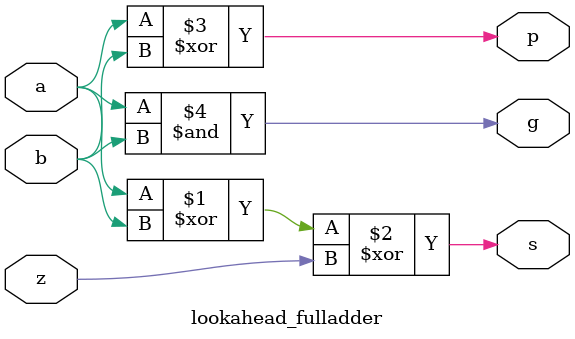
<source format=sv>
module carry_lookahead_adder
(
    input   logic[15:0]     A,
    input   logic[15:0]     B,
    output  logic[15:0]     Sum,
    output  logic           CO
);

    /* TODO
     *
     * Insert code here to implement a CLA adder.
     * Your code should be completly combinational (don't use always_ff or always_latch).
     * Feel free to create sub-modules or other files. */

    logic [2:0] COUTIN;
    logic [3:0] PG;
    logic [3:0] GG; 
    logic cout; ////// 
    logic PG_X;
    logic GG_X;
	 logic [2:0] COUTIN2; 



    four_bit_lookahead_adder FBLA0(.Cin(0),.A(A[3:0]),.B(B[3:0]),.Cout(COUTIN2[0]),.PG(PG[0]),.GG(GG[0]),.S(Sum[3:0]));
    four_bit_lookahead_adder FBLA1(.Cin(COUTIN[0]),.A(A[7:4]),.B(B[7:4]),.Cout(COUTIN2[1]),.PG(PG[1]),.GG(GG[1]),.S(Sum[7:4]));
    four_bit_lookahead_adder FBLA2(.Cin(COUTIN[1]),.A(A[11:8]),.B(B[11:8]),.Cout(COUTIN2[2]),.PG(PG[2]),.GG(GG[2]),.S(Sum[11:8]));
    four_bit_lookahead_adder FBLA3(.Cin(COUTIN[2]),.A(A[15:12]),.B(B[15:12]),.Cout(cout),.PG(PG[3]),.GG(GG[3]),.S(Sum[15:12]));
    lookahead_unit LHU(.Cin(0),.P(PG),.G(GG),.C(COUTIN),.Cout(CO),.PG(PG_X),.GG(GG_X));

     
endmodule

module four_bit_lookahead_adder(
    input Cin,
    input [3:0] A,
    input [3:0] B,
    output Cout,
    output PG,
    output GG,
    output [3:0] S
);
    logic [3:0] P;
    logic [3:0] G;
    logic [2:0] C;

    lookahead_unit LHU(.Cin(Cin),.P(P),.G(G),.C(C),.Cout(Cout),.PG(PG),.GG(GG));
    lookahead_fulladder FA0(.a(A[0]),.b(B[0]),.z(Cin),.s(S[0]),.p(P[0]),.g(G[0]));
    lookahead_fulladder FA1(.a(A[1]),.b(B[1]),.z(C[0]),.s(S[1]),.p(P[1]),.g(G[1]));
    lookahead_fulladder FA2(.a(A[2]),.b(B[2]),.z(C[1]),.s(S[2]),.p(P[2]),.g(G[2]));
    lookahead_fulladder FA3(.a(A[3]),.b(B[3]),.z(C[2]),.s(S[3]),.p(P[3]),.g(G[3]));
  
endmodule



module lookahead_unit(
    input Cin,
    input [3:0] P,
    input [3:0] G,
    output [2:0] C,
    output Cout,
    output PG,
    output GG
);
    assign C[0] = Cin&P[0] | G[0]; 
    assign C[1] = Cin&P[0]&P[1] | G[0]&P[1] | G[1];
    assign C[2] = Cin&P[0]&P[1]&P[2] | G[0]&P[1]&P[2] | G[1]&P[2] | G[2]; 
    assign Cout = Cin&P[0]&P[1]&P[2]&P[3] | G[0]&P[1]&P[2]&P[3] | G[1]&P[2]&P[3] | G[2]&P[3] | G[3] ; 

    assign PG = P[0]&P[1]&P[2]&P[3];
    assign GG = G[3] | G[2]&G[3] | G[1]&P[3]&P[2] | G[0]&P[3]&P[2]&P[1]; 
endmodule




module lookahead_fulladder(
	input a,
	input b,
	input z,
	output s,
	output p,
	output g
);
    assign s = a^b^z;
    assign p = a^b;
    assign g = a & b;

endmodule

</source>
